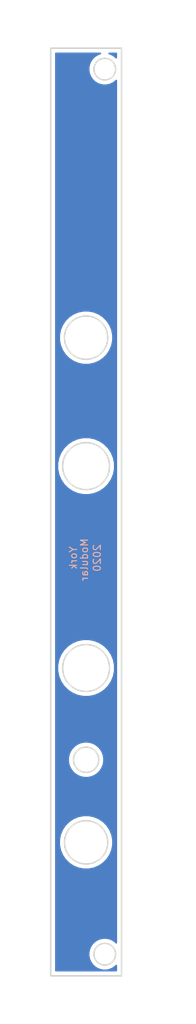
<source format=kicad_pcb>
(kicad_pcb (version 20171130) (host pcbnew 5.1.7-a382d34a8~87~ubuntu18.04.1)

  (general
    (thickness 1.6)
    (drawings 24)
    (tracks 0)
    (zones 0)
    (modules 0)
    (nets 1)
  )

  (page A4)
  (layers
    (0 F.Cu signal)
    (31 B.Cu signal)
    (32 B.Adhes user)
    (33 F.Adhes user)
    (34 B.Paste user)
    (35 F.Paste user)
    (36 B.SilkS user)
    (37 F.SilkS user)
    (38 B.Mask user)
    (39 F.Mask user)
    (40 Dwgs.User user)
    (41 Cmts.User user)
    (42 Eco1.User user)
    (43 Eco2.User user)
    (44 Edge.Cuts user)
    (45 Margin user)
    (46 B.CrtYd user)
    (47 F.CrtYd user)
    (48 B.Fab user)
    (49 F.Fab user)
  )

  (setup
    (last_trace_width 0.25)
    (trace_clearance 0.2)
    (zone_clearance 0.508)
    (zone_45_only no)
    (trace_min 0.2)
    (via_size 0.8)
    (via_drill 0.4)
    (via_min_size 0.4)
    (via_min_drill 0.3)
    (uvia_size 0.3)
    (uvia_drill 0.1)
    (uvias_allowed no)
    (uvia_min_size 0.2)
    (uvia_min_drill 0.1)
    (edge_width 0.05)
    (segment_width 0.2)
    (pcb_text_width 0.3)
    (pcb_text_size 1.5 1.5)
    (mod_edge_width 0.12)
    (mod_text_size 1 1)
    (mod_text_width 0.15)
    (pad_size 1.524 1.524)
    (pad_drill 0.762)
    (pad_to_mask_clearance 0.051)
    (solder_mask_min_width 0.25)
    (aux_axis_origin 0 0)
    (grid_origin 140.378 157.418)
    (visible_elements FFFFFF7F)
    (pcbplotparams
      (layerselection 0x010fc_ffffffff)
      (usegerberextensions true)
      (usegerberattributes false)
      (usegerberadvancedattributes false)
      (creategerberjobfile false)
      (excludeedgelayer true)
      (linewidth 0.100000)
      (plotframeref false)
      (viasonmask false)
      (mode 1)
      (useauxorigin false)
      (hpglpennumber 1)
      (hpglpenspeed 20)
      (hpglpendiameter 15.000000)
      (psnegative false)
      (psa4output false)
      (plotreference true)
      (plotvalue true)
      (plotinvisibletext false)
      (padsonsilk false)
      (subtractmaskfromsilk false)
      (outputformat 1)
      (mirror false)
      (drillshape 0)
      (scaleselection 1)
      (outputdirectory "gerbers"))
  )

  (net 0 "")

  (net_class Default "This is the default net class."
    (clearance 0.2)
    (trace_width 0.25)
    (via_dia 0.8)
    (via_drill 0.4)
    (uvia_dia 0.3)
    (uvia_drill 0.1)
  )

  (gr_text OUT (at 145.288 146.304) (layer F.Cu) (tstamp 5EB5D67F)
    (effects (font (size 2 2) (thickness 0.5)))
  )
  (gr_text R (at 145.288 106.68) (layer F.Cu) (tstamp 5EB5D67C)
    (effects (font (size 2 2) (thickness 0.5)))
  )
  (gr_text A (at 145.288 95.758) (layer F.Cu) (tstamp 5EB5D679)
    (effects (font (size 2 2) (thickness 0.5)))
  )
  (gr_text IN (at 145.288 77.216) (layer F.Cu) (tstamp 5EB5D676)
    (effects (font (size 2 2) (thickness 0.5)))
  )
  (gr_text AR2 (at 145.288 38.354) (layer F.Cu) (tstamp 5EB5D65E)
    (effects (font (size 2.5 2.5) (thickness 0.5)))
  )
  (gr_text 2020 (at 146.812 99.568 90) (layer B.SilkS)
    (effects (font (size 1 1) (thickness 0.15)) (justify mirror))
  )
  (gr_text Modular (at 145.034 99.822 90) (layer B.SilkS)
    (effects (font (size 1 1) (thickness 0.15)) (justify mirror))
  )
  (gr_text York (at 143.51 99.568 90) (layer B.SilkS)
    (effects (font (size 1 1) (thickness 0.15)) (justify mirror))
  )
  (gr_text OUT (at 145.288 146.304) (layer F.Mask)
    (effects (font (size 2 2) (thickness 0.5)))
  )
  (gr_text R (at 145.288 106.68) (layer F.Mask) (tstamp 5E5EC8CA)
    (effects (font (size 2 2) (thickness 0.5)))
  )
  (gr_text A (at 145.288 95.758) (layer F.Mask)
    (effects (font (size 2 2) (thickness 0.5)))
  )
  (gr_text IN (at 145.288 77.216) (layer F.Mask)
    (effects (font (size 2 2) (thickness 0.5)))
  )
  (gr_text AR2 (at 145.288 38.354) (layer F.Mask)
    (effects (font (size 2.5 2.5) (thickness 0.5)))
  )
  (gr_line (start 150.198 29.018) (end 150.198 157.418) (layer Edge.Cuts) (width 0.2))
  (gr_line (start 140.378 157.418) (end 140.378 29.018) (layer Edge.Cuts) (width 0.2))
  (gr_line (start 150.198 157.418) (end 140.378 157.418) (layer Edge.Cuts) (width 0.2))
  (gr_line (start 140.378 29.018) (end 150.198 29.018) (layer Edge.Cuts) (width 0.2))
  (gr_circle (center 147.878 31.918) (end 149.378 31.918) (layer Edge.Cuts) (width 0.2))
  (gr_circle (center 145.288 138.938) (end 148.288 138.938) (layer Edge.Cuts) (width 0.2))
  (gr_circle (center 145.288 127.508) (end 147.038 127.508) (layer Edge.Cuts) (width 0.2))
  (gr_circle (center 145.288 114.808) (end 148.538 114.808) (layer Edge.Cuts) (width 0.2))
  (gr_circle (center 145.288 86.868) (end 148.538 86.868) (layer Edge.Cuts) (width 0.2))
  (gr_circle (center 147.878 154.418) (end 149.378 154.418) (layer Edge.Cuts) (width 0.2))
  (gr_circle (center 145.288 69.088) (end 148.288 69.088) (layer Edge.Cuts) (width 0.2))

  (zone (net 0) (net_name "") (layer B.Cu) (tstamp 60004ED6) (hatch edge 0.508)
    (connect_pads (clearance 0.508))
    (min_thickness 0.254)
    (fill yes (arc_segments 32) (thermal_gap 0.508) (thermal_bridge_width 0.508))
    (polygon
      (pts
        (xy 155.194 164.084) (xy 133.35 159.004) (xy 135.128 22.606) (xy 160.528 22.352)
      )
    )
    (filled_polygon
      (pts
        (xy 147.223408 29.7601) (xy 146.815 29.929268) (xy 146.447443 30.174861) (xy 146.134861 30.487443) (xy 145.889268 30.855)
        (xy 145.7201 31.263408) (xy 145.633858 31.696971) (xy 145.633858 32.139029) (xy 145.7201 32.572592) (xy 145.889268 32.981)
        (xy 146.134861 33.348557) (xy 146.447443 33.661139) (xy 146.815 33.906732) (xy 147.223408 34.0759) (xy 147.656971 34.162142)
        (xy 148.099029 34.162142) (xy 148.532592 34.0759) (xy 148.941 33.906732) (xy 149.308557 33.661139) (xy 149.463 33.506696)
        (xy 149.463001 152.829305) (xy 149.308557 152.674861) (xy 148.941 152.429268) (xy 148.532592 152.2601) (xy 148.099029 152.173858)
        (xy 147.656971 152.173858) (xy 147.223408 152.2601) (xy 146.815 152.429268) (xy 146.447443 152.674861) (xy 146.134861 152.987443)
        (xy 145.889268 153.355) (xy 145.7201 153.763408) (xy 145.633858 154.196971) (xy 145.633858 154.639029) (xy 145.7201 155.072592)
        (xy 145.889268 155.481) (xy 146.134861 155.848557) (xy 146.447443 156.161139) (xy 146.815 156.406732) (xy 147.223408 156.5759)
        (xy 147.656971 156.662142) (xy 148.099029 156.662142) (xy 148.532592 156.5759) (xy 148.941 156.406732) (xy 149.308557 156.161139)
        (xy 149.463001 156.006695) (xy 149.463001 156.683) (xy 141.113 156.683) (xy 141.113 138.569946) (xy 141.551081 138.569946)
        (xy 141.551081 139.306054) (xy 141.694689 140.028019) (xy 141.976386 140.708095) (xy 142.385346 141.320147) (xy 142.905853 141.840654)
        (xy 143.517905 142.249614) (xy 144.197981 142.531311) (xy 144.919946 142.674919) (xy 145.656054 142.674919) (xy 146.378019 142.531311)
        (xy 147.058095 142.249614) (xy 147.670147 141.840654) (xy 148.190654 141.320147) (xy 148.599614 140.708095) (xy 148.881311 140.028019)
        (xy 149.024919 139.306054) (xy 149.024919 138.569946) (xy 148.881311 137.847981) (xy 148.599614 137.167905) (xy 148.190654 136.555853)
        (xy 147.670147 136.035346) (xy 147.058095 135.626386) (xy 146.378019 135.344689) (xy 145.656054 135.201081) (xy 144.919946 135.201081)
        (xy 144.197981 135.344689) (xy 143.517905 135.626386) (xy 142.905853 136.035346) (xy 142.385346 136.555853) (xy 141.976386 137.167905)
        (xy 141.694689 137.847981) (xy 141.551081 138.569946) (xy 141.113 138.569946) (xy 141.113 127.262467) (xy 142.795062 127.262467)
        (xy 142.795062 127.753533) (xy 142.890864 128.235163) (xy 143.078787 128.688849) (xy 143.351609 129.097155) (xy 143.698845 129.444391)
        (xy 144.107151 129.717213) (xy 144.560837 129.905136) (xy 145.042467 130.000938) (xy 145.533533 130.000938) (xy 146.015163 129.905136)
        (xy 146.468849 129.717213) (xy 146.877155 129.444391) (xy 147.224391 129.097155) (xy 147.497213 128.688849) (xy 147.685136 128.235163)
        (xy 147.780938 127.753533) (xy 147.780938 127.262467) (xy 147.685136 126.780837) (xy 147.497213 126.327151) (xy 147.224391 125.918845)
        (xy 146.877155 125.571609) (xy 146.468849 125.298787) (xy 146.015163 125.110864) (xy 145.533533 125.015062) (xy 145.042467 125.015062)
        (xy 144.560837 125.110864) (xy 144.107151 125.298787) (xy 143.698845 125.571609) (xy 143.351609 125.918845) (xy 143.078787 126.327151)
        (xy 142.890864 126.780837) (xy 142.795062 127.262467) (xy 141.113 127.262467) (xy 141.113 114.415441) (xy 141.302285 114.415441)
        (xy 141.302285 115.200559) (xy 141.455454 115.97059) (xy 141.755905 116.695944) (xy 142.192093 117.348745) (xy 142.747255 117.903907)
        (xy 143.400056 118.340095) (xy 144.12541 118.640546) (xy 144.895441 118.793715) (xy 145.680559 118.793715) (xy 146.45059 118.640546)
        (xy 147.175944 118.340095) (xy 147.828745 117.903907) (xy 148.383907 117.348745) (xy 148.820095 116.695944) (xy 149.120546 115.97059)
        (xy 149.273715 115.200559) (xy 149.273715 114.415441) (xy 149.120546 113.64541) (xy 148.820095 112.920056) (xy 148.383907 112.267255)
        (xy 147.828745 111.712093) (xy 147.175944 111.275905) (xy 146.45059 110.975454) (xy 145.680559 110.822285) (xy 144.895441 110.822285)
        (xy 144.12541 110.975454) (xy 143.400056 111.275905) (xy 142.747255 111.712093) (xy 142.192093 112.267255) (xy 141.755905 112.920056)
        (xy 141.455454 113.64541) (xy 141.302285 114.415441) (xy 141.113 114.415441) (xy 141.113 86.475441) (xy 141.302285 86.475441)
        (xy 141.302285 87.260559) (xy 141.455454 88.03059) (xy 141.755905 88.755944) (xy 142.192093 89.408745) (xy 142.747255 89.963907)
        (xy 143.400056 90.400095) (xy 144.12541 90.700546) (xy 144.895441 90.853715) (xy 145.680559 90.853715) (xy 146.45059 90.700546)
        (xy 147.175944 90.400095) (xy 147.828745 89.963907) (xy 148.383907 89.408745) (xy 148.820095 88.755944) (xy 149.120546 88.03059)
        (xy 149.273715 87.260559) (xy 149.273715 86.475441) (xy 149.120546 85.70541) (xy 148.820095 84.980056) (xy 148.383907 84.327255)
        (xy 147.828745 83.772093) (xy 147.175944 83.335905) (xy 146.45059 83.035454) (xy 145.680559 82.882285) (xy 144.895441 82.882285)
        (xy 144.12541 83.035454) (xy 143.400056 83.335905) (xy 142.747255 83.772093) (xy 142.192093 84.327255) (xy 141.755905 84.980056)
        (xy 141.455454 85.70541) (xy 141.302285 86.475441) (xy 141.113 86.475441) (xy 141.113 68.719946) (xy 141.551081 68.719946)
        (xy 141.551081 69.456054) (xy 141.694689 70.178019) (xy 141.976386 70.858095) (xy 142.385346 71.470147) (xy 142.905853 71.990654)
        (xy 143.517905 72.399614) (xy 144.197981 72.681311) (xy 144.919946 72.824919) (xy 145.656054 72.824919) (xy 146.378019 72.681311)
        (xy 147.058095 72.399614) (xy 147.670147 71.990654) (xy 148.190654 71.470147) (xy 148.599614 70.858095) (xy 148.881311 70.178019)
        (xy 149.024919 69.456054) (xy 149.024919 68.719946) (xy 148.881311 67.997981) (xy 148.599614 67.317905) (xy 148.190654 66.705853)
        (xy 147.670147 66.185346) (xy 147.058095 65.776386) (xy 146.378019 65.494689) (xy 145.656054 65.351081) (xy 144.919946 65.351081)
        (xy 144.197981 65.494689) (xy 143.517905 65.776386) (xy 142.905853 66.185346) (xy 142.385346 66.705853) (xy 141.976386 67.317905)
        (xy 141.694689 67.997981) (xy 141.551081 68.719946) (xy 141.113 68.719946) (xy 141.113 29.753) (xy 147.259102 29.753)
      )
    )
    (filled_polygon
      (pts
        (xy 149.463 30.329304) (xy 149.308557 30.174861) (xy 148.941 29.929268) (xy 148.532592 29.7601) (xy 148.496898 29.753)
        (xy 149.463 29.753)
      )
    )
  )
)

</source>
